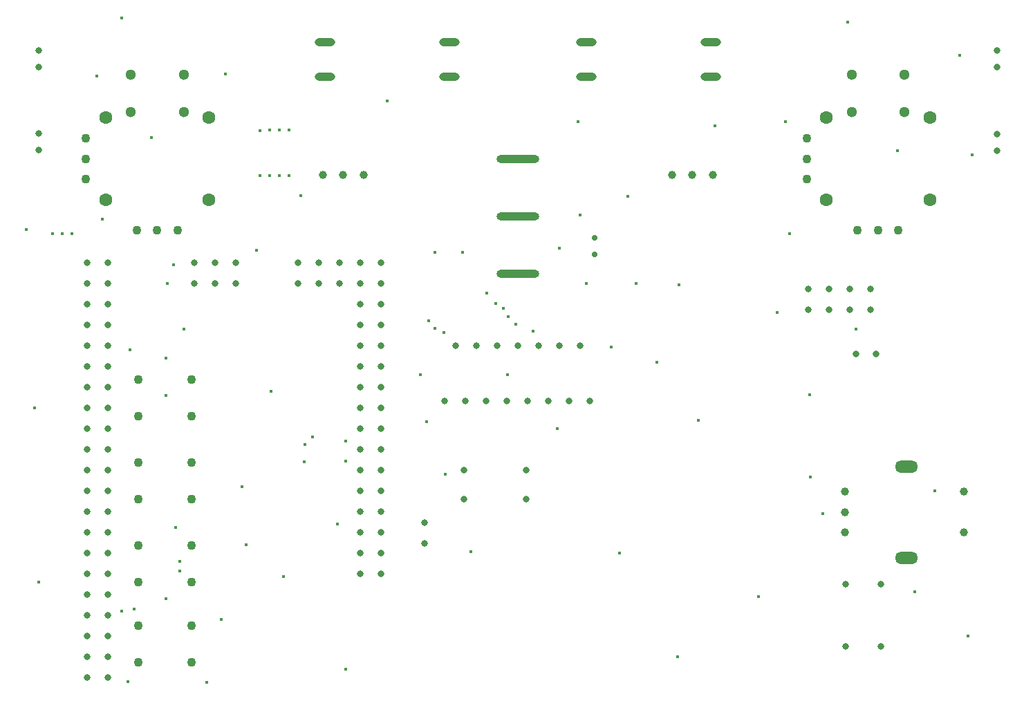
<source format=gbr>
%TF.GenerationSoftware,KiCad,Pcbnew,7.0.8*%
%TF.CreationDate,2024-11-24T12:41:54-05:00*%
%TF.ProjectId,RCTransmitterAecertRobotics,52435472-616e-4736-9d69-747465724165,V1.02*%
%TF.SameCoordinates,Original*%
%TF.FileFunction,Plated,1,2,PTH,Mixed*%
%TF.FilePolarity,Positive*%
%FSLAX46Y46*%
G04 Gerber Fmt 4.6, Leading zero omitted, Abs format (unit mm)*
G04 Created by KiCad (PCBNEW 7.0.8) date 2024-11-24 12:41:54*
%MOMM*%
%LPD*%
G01*
G04 APERTURE LIST*
%TA.AperFunction,ViaDrill*%
%ADD10C,0.400000*%
%TD*%
%TA.AperFunction,ComponentDrill*%
%ADD11C,0.700000*%
%TD*%
%TA.AperFunction,ComponentDrill*%
%ADD12C,0.800000*%
%TD*%
%TA.AperFunction,ComponentDrill*%
%ADD13C,1.000000*%
%TD*%
G04 aperture for slot hole*
%TA.AperFunction,ComponentDrill*%
%ADD14O,2.500000X1.000000*%
%TD*%
G04 aperture for slot hole*
%TA.AperFunction,ComponentDrill*%
%ADD15O,5.250000X1.000000*%
%TD*%
%TA.AperFunction,ComponentDrill*%
%ADD16C,1.100000*%
%TD*%
%TA.AperFunction,ComponentDrill*%
%ADD17C,1.300000*%
%TD*%
G04 aperture for slot hole*
%TA.AperFunction,ComponentDrill*%
%ADD18O,2.800000X1.500000*%
%TD*%
%TA.AperFunction,ComponentDrill*%
%ADD19C,1.600000*%
%TD*%
G04 APERTURE END LIST*
D10*
X80772000Y-84836000D03*
X81788000Y-106680000D03*
X82296000Y-128016000D03*
X84060994Y-85344000D03*
X85185497Y-85344000D03*
X86360000Y-85344000D03*
X89408000Y-66040000D03*
X90125693Y-83521693D03*
X92456000Y-58928000D03*
X92456000Y-131572000D03*
X93218000Y-140208000D03*
X93472000Y-99568000D03*
X93974276Y-131266266D03*
X96092572Y-73528443D03*
X97889000Y-100584000D03*
X97889000Y-105156000D03*
X97889000Y-130048000D03*
X98044000Y-91440000D03*
X98806000Y-89154000D03*
X99060000Y-121271285D03*
X99568000Y-125476000D03*
X99597535Y-126650131D03*
X100076000Y-97028000D03*
X102929041Y-140295973D03*
X104648000Y-132588000D03*
X105156000Y-65786000D03*
X107188000Y-116332000D03*
X107696000Y-123444000D03*
X109012500Y-87376000D03*
X109410996Y-78231539D03*
X109411038Y-72654093D03*
X110585497Y-72644000D03*
X110585498Y-78233248D03*
X110744000Y-104648000D03*
X111760000Y-72644000D03*
X111760000Y-78232000D03*
X112268000Y-127329500D03*
X112934503Y-78232000D03*
X112938728Y-72644000D03*
X114427000Y-80645000D03*
X114808000Y-113284000D03*
X114900688Y-111159312D03*
X115824000Y-110236000D03*
X118872000Y-120904000D03*
X119888000Y-110726888D03*
X119888000Y-113135479D03*
X119888000Y-138684000D03*
X124968000Y-69088000D03*
X129032000Y-102616000D03*
X129820556Y-108337148D03*
X130048000Y-96012000D03*
X130850000Y-87590000D03*
X130872180Y-96945918D03*
X131951976Y-97407976D03*
X132080000Y-114808000D03*
X134199500Y-87590000D03*
X135200919Y-124257127D03*
X137160000Y-92622500D03*
X138251968Y-93870873D03*
X139192000Y-94488000D03*
X139700000Y-102616000D03*
X139809127Y-95428032D03*
X140750331Y-96369500D03*
X142902968Y-97251592D03*
X145796000Y-109220000D03*
X146050000Y-87122000D03*
X148336000Y-71628000D03*
X148634307Y-83013693D03*
X149352000Y-91440000D03*
X152408340Y-99168500D03*
X153416000Y-124460000D03*
X154432000Y-80772000D03*
X155448000Y-91440000D03*
X157988000Y-101092000D03*
X160528000Y-137160000D03*
X160689312Y-91601312D03*
X163068000Y-108204000D03*
X165100000Y-72136000D03*
X170434000Y-129794000D03*
X172720000Y-94996000D03*
X173736000Y-71628000D03*
X174244000Y-85344000D03*
X176691312Y-105063312D03*
X176812349Y-115149500D03*
X178308000Y-119634000D03*
X181356000Y-59436000D03*
X182372000Y-97028000D03*
X187452000Y-75184000D03*
X189594180Y-129195269D03*
X192024000Y-116840000D03*
X195072000Y-63500000D03*
X196088000Y-134620000D03*
X196596000Y-75692000D03*
D11*
%TO.C,Battery1*%
X150368000Y-85852000D03*
X150368000Y-87852000D03*
D12*
%TO.C,Bumper1*%
X82296000Y-62892000D03*
X82296000Y-64924000D03*
%TO.C,Bumper2*%
X82296000Y-73052000D03*
X82296000Y-75084000D03*
%TO.C,Arduino_Mega_Pro1*%
X88265000Y-88900000D03*
X88265000Y-91440000D03*
X88265000Y-93980000D03*
X88265000Y-96520000D03*
X88265000Y-99060000D03*
X88265000Y-101600000D03*
X88265000Y-104140000D03*
X88265000Y-106680000D03*
X88265000Y-109220000D03*
X88265000Y-111760000D03*
X88265000Y-114300000D03*
X88265000Y-116840000D03*
X88265000Y-119380000D03*
X88265000Y-121920000D03*
X88265000Y-124460000D03*
X88265000Y-127000000D03*
X88265000Y-129540000D03*
X88265000Y-132080000D03*
X88265000Y-134620000D03*
X88265000Y-137160000D03*
X88265000Y-139700000D03*
X90805000Y-88900000D03*
X90805000Y-91440000D03*
X90805000Y-93980000D03*
X90805000Y-96520000D03*
X90805000Y-99060000D03*
X90805000Y-101600000D03*
X90805000Y-104140000D03*
X90805000Y-106680000D03*
X90805000Y-109220000D03*
X90805000Y-111760000D03*
X90805000Y-114300000D03*
X90805000Y-116840000D03*
X90805000Y-119380000D03*
X90805000Y-121920000D03*
X90805000Y-124460000D03*
X90805000Y-127000000D03*
X90805000Y-129540000D03*
X90805000Y-132080000D03*
X90805000Y-134620000D03*
X90805000Y-137160000D03*
X90805000Y-139700000D03*
X101400000Y-88900000D03*
X101400000Y-91440000D03*
X103940000Y-88900000D03*
X103940000Y-91440000D03*
X106480000Y-88900000D03*
X106480000Y-91440000D03*
X114100000Y-88900000D03*
X114100000Y-91440000D03*
X116640000Y-88900000D03*
X116640000Y-91440000D03*
X119180000Y-88900000D03*
X119180000Y-91440000D03*
X121720000Y-88900000D03*
X121720000Y-91440000D03*
X121720000Y-93980000D03*
X121720000Y-96520000D03*
X121720000Y-99060000D03*
X121720000Y-101600000D03*
X121720000Y-104140000D03*
X121720000Y-106680000D03*
X121720000Y-109220000D03*
X121720000Y-111760000D03*
X121720000Y-114300000D03*
X121720000Y-116840000D03*
X121720000Y-119380000D03*
X121720000Y-121920000D03*
X121720000Y-124460000D03*
X121720000Y-127000000D03*
X124260000Y-88900000D03*
X124260000Y-91440000D03*
X124260000Y-93980000D03*
X124260000Y-96520000D03*
X124260000Y-99060000D03*
X124260000Y-101600000D03*
X124260000Y-104140000D03*
X124260000Y-106680000D03*
X124260000Y-109220000D03*
X124260000Y-111760000D03*
X124260000Y-114300000D03*
X124260000Y-116840000D03*
X124260000Y-119380000D03*
X124260000Y-121920000D03*
X124260000Y-124460000D03*
X124260000Y-127000000D03*
%TO.C,C2*%
X129540000Y-120714888D03*
X129540000Y-123214888D03*
%TO.C,Gyroscope1*%
X132009454Y-105816523D03*
%TO.C,OLED_LCD_Display1*%
X133350000Y-99060000D03*
%TO.C,R1*%
X134366000Y-114300000D03*
%TO.C,R2*%
X134366000Y-117856000D03*
%TO.C,Gyroscope1*%
X134549454Y-105816523D03*
%TO.C,OLED_LCD_Display1*%
X135890000Y-99060000D03*
%TO.C,Gyroscope1*%
X137089454Y-105816523D03*
%TO.C,OLED_LCD_Display1*%
X138430000Y-99060000D03*
%TO.C,Gyroscope1*%
X139629454Y-105816523D03*
%TO.C,OLED_LCD_Display1*%
X140970000Y-99060000D03*
%TO.C,R1*%
X141986000Y-114300000D03*
%TO.C,R2*%
X141986000Y-117856000D03*
%TO.C,Gyroscope1*%
X142169454Y-105816523D03*
%TO.C,OLED_LCD_Display1*%
X143510000Y-99060000D03*
%TO.C,Gyroscope1*%
X144709454Y-105816523D03*
%TO.C,OLED_LCD_Display1*%
X146050000Y-99060000D03*
%TO.C,Gyroscope1*%
X147249454Y-105816523D03*
%TO.C,OLED_LCD_Display1*%
X148590000Y-99060000D03*
%TO.C,Gyroscope1*%
X149789454Y-105816523D03*
%TO.C,NRF24L01+PA+LNA1*%
X176530000Y-92075000D03*
X176530000Y-94615000D03*
X179070000Y-92075000D03*
X179070000Y-94615000D03*
%TO.C,R4*%
X181102000Y-128270000D03*
X181102000Y-135890000D03*
%TO.C,NRF24L01+PA+LNA1*%
X181610000Y-92075000D03*
X181610000Y-94615000D03*
%TO.C,C1*%
X182372000Y-100076000D03*
%TO.C,NRF24L01+PA+LNA1*%
X184150000Y-92075000D03*
X184150000Y-94615000D03*
%TO.C,C1*%
X184872000Y-100076000D03*
%TO.C,R3*%
X185420000Y-128270000D03*
X185420000Y-135890000D03*
%TO.C,Bumper3*%
X199644000Y-62892000D03*
X199644000Y-64924000D03*
%TO.C,Bumper4*%
X199644000Y-73152000D03*
X199644000Y-75184000D03*
D13*
%TO.C,Pot1*%
X117100000Y-78090000D03*
D14*
%TO.C,Toggle1*%
X117348000Y-61872000D03*
X117348000Y-66072000D03*
D13*
%TO.C,Pot1*%
X119600000Y-78090000D03*
X122100000Y-78090000D03*
D14*
%TO.C,Toggle2*%
X132588000Y-61872000D03*
X132588000Y-66072000D03*
D15*
%TO.C,PowerSwitch1*%
X140970000Y-76200000D03*
X140970000Y-83200000D03*
X140970000Y-90200000D03*
D14*
%TO.C,Toggle3*%
X149352000Y-61872000D03*
X149352000Y-66072000D03*
D13*
%TO.C,Pot2*%
X159840000Y-78090000D03*
X162340000Y-78090000D03*
D14*
%TO.C,Toggle4*%
X164592000Y-61872000D03*
X164592000Y-66072000D03*
D13*
%TO.C,Pot2*%
X164840000Y-78090000D03*
%TO.C,Rotary_Encoder1*%
X181080000Y-116920000D03*
X181080000Y-119420000D03*
X181080000Y-121920000D03*
X195580000Y-116920000D03*
X195580000Y-121920000D03*
D16*
%TO.C,Joystick1*%
X88105000Y-73620000D03*
X88105000Y-76120000D03*
X88105000Y-78620000D03*
X94335000Y-84850000D03*
%TO.C,Button1*%
X94540000Y-103160000D03*
X94540000Y-107660000D03*
%TO.C,Button2*%
X94540000Y-113320000D03*
X94540000Y-117820000D03*
%TO.C,Button3*%
X94540000Y-123480000D03*
X94540000Y-127980000D03*
%TO.C,Button4*%
X94540000Y-133300000D03*
X94540000Y-137800000D03*
%TO.C,Joystick1*%
X96835000Y-84850000D03*
X99335000Y-84850000D03*
%TO.C,Button1*%
X101040000Y-103160000D03*
X101040000Y-107660000D03*
%TO.C,Button2*%
X101040000Y-113320000D03*
X101040000Y-117820000D03*
%TO.C,Button3*%
X101040000Y-123480000D03*
X101040000Y-127980000D03*
%TO.C,Button4*%
X101040000Y-133300000D03*
X101040000Y-137800000D03*
%TO.C,Joystick2*%
X176375000Y-73620000D03*
X176375000Y-76120000D03*
X176375000Y-78620000D03*
X182605000Y-84850000D03*
X185105000Y-84850000D03*
X187605000Y-84850000D03*
D17*
%TO.C,Joystick1*%
X93585000Y-65870000D03*
X93585000Y-70370000D03*
X100085000Y-65870000D03*
X100085000Y-70370000D03*
%TO.C,Joystick2*%
X181855000Y-65870000D03*
X181855000Y-70370000D03*
X188355000Y-65870000D03*
X188355000Y-70370000D03*
D18*
%TO.C,Rotary_Encoder1*%
X188580000Y-113820000D03*
X188580000Y-125020000D03*
D19*
%TO.C,Joystick1*%
X90510000Y-71120000D03*
X90510000Y-81120000D03*
X103160000Y-71120000D03*
X103160000Y-81120000D03*
%TO.C,Joystick2*%
X178780000Y-71120000D03*
X178780000Y-81120000D03*
X191430000Y-71120000D03*
X191430000Y-81120000D03*
M02*

</source>
